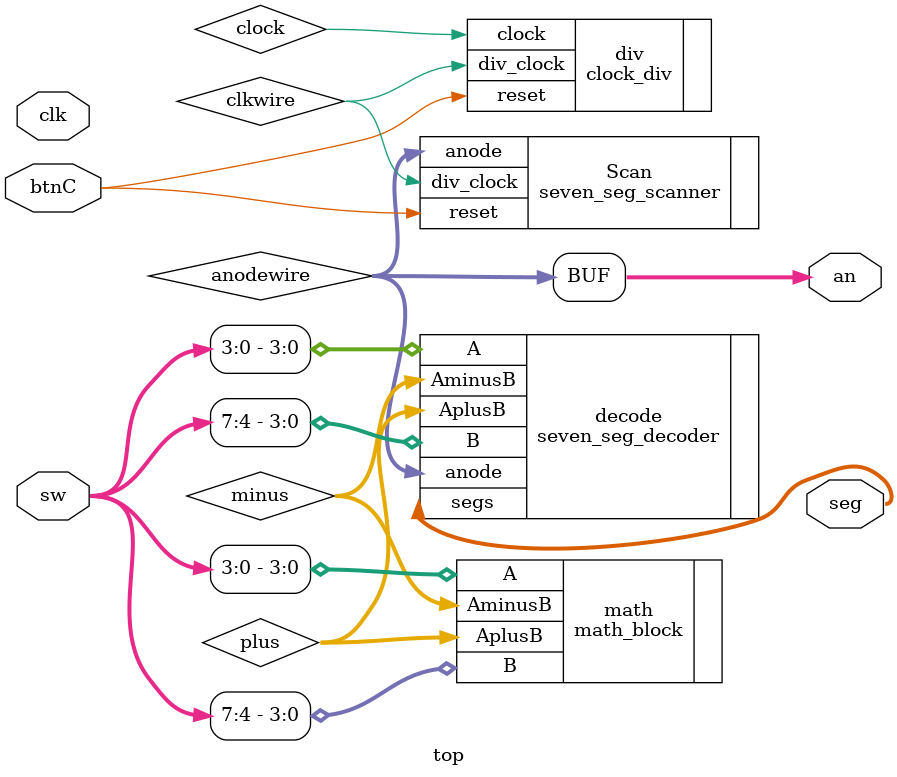
<source format=v>
module top
#(
    parameter DIVIDE_BY = 17 // Use this when passing in to your clock div!
    // The test bench will set it appropriately for testing
)
(
    input [7:0] sw, // A and B
    input clk, // 100 MHz board clock
    input btnC, // Reset
    output [3:0] an, // 7seg anodes
    output [6:0] seg // 7seg segments
);


    wire clkwire;
    wire [3:0] anodewire, plus, minus;
    assign an =anodewire;
    // Instantiate the clock divider...
    // ... wire it up to the scanner
    // ... wire the scanner to the decoder

    // Wire up the math block into the decoder

    // Do not forget to wire up resets!!
    
    clock_div div(
        .clock(clock),
        .reset(btnC),
        .div_clock(clkwire)
    );
    
    seven_seg_scanner Scan(
        .div_clock(clkwire),
        .reset(btnC),
        .anode(anodewire)
    );
    
    
    math_block math(
        .A(sw[3:0]),
        .B(sw[7:4]),
        .AplusB(plus),
        .AminusB(minus)
    );
    
    
    
    seven_seg_decoder decode(
        .A(sw[3:0]),
        .B(sw[7:4]),
        .anode(anodewire),
        .segs(seg),
        .AplusB(plus),
        .AminusB(minus)
    );
    
        
   
    

endmodule
</source>
